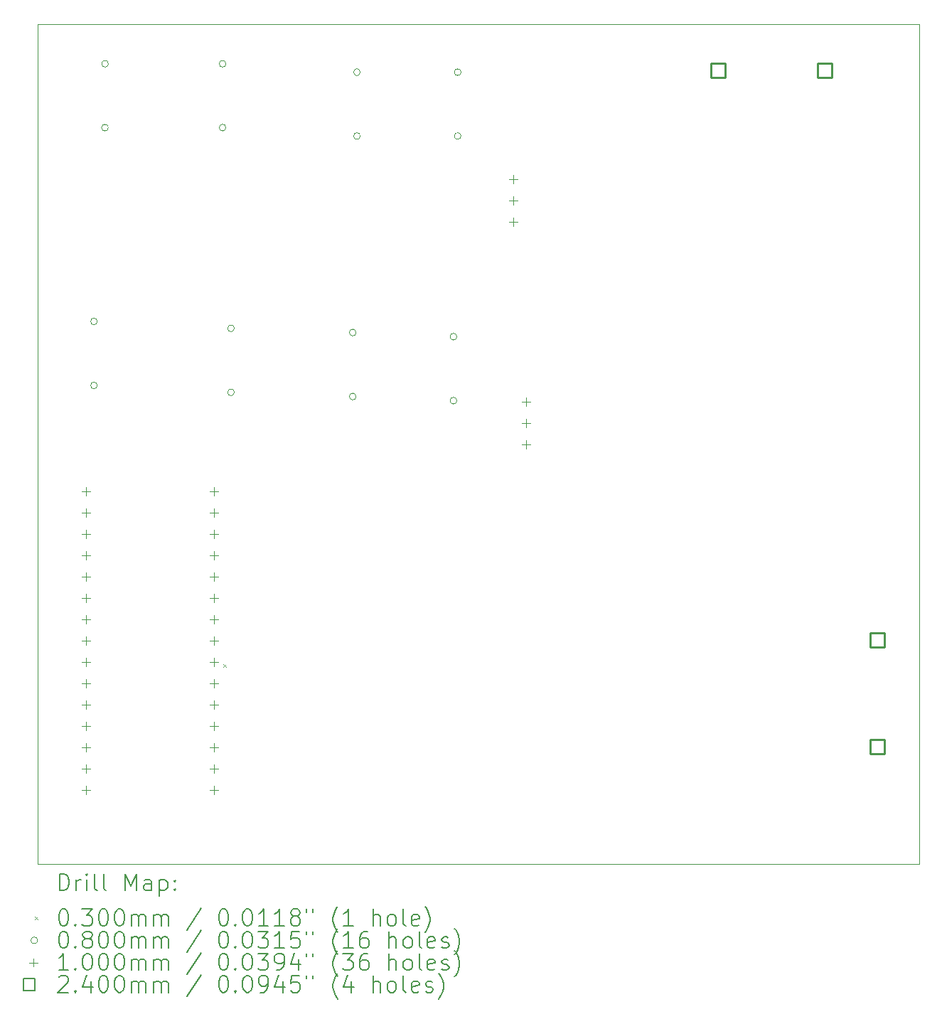
<source format=gbr>
%TF.GenerationSoftware,KiCad,Pcbnew,8.0.8*%
%TF.CreationDate,2025-10-11T21:39:01+03:00*%
%TF.ProjectId,Dual solar tracking system before routing Austin,4475616c-2073-46f6-9c61-722074726163,rev?*%
%TF.SameCoordinates,Original*%
%TF.FileFunction,Drillmap*%
%TF.FilePolarity,Positive*%
%FSLAX45Y45*%
G04 Gerber Fmt 4.5, Leading zero omitted, Abs format (unit mm)*
G04 Created by KiCad (PCBNEW 8.0.8) date 2025-10-11 21:39:01*
%MOMM*%
%LPD*%
G01*
G04 APERTURE LIST*
%ADD10C,0.050000*%
%ADD11C,0.200000*%
%ADD12C,0.100000*%
%ADD13C,0.240000*%
G04 APERTURE END LIST*
D10*
X8250000Y-4750000D02*
X18750000Y-4750000D01*
X18750000Y-14750000D01*
X8250000Y-14750000D01*
X8250000Y-4750000D01*
D11*
D12*
X10458162Y-12368606D02*
X10488162Y-12398606D01*
X10488162Y-12368606D02*
X10458162Y-12398606D01*
X8959000Y-8288000D02*
G75*
G02*
X8879000Y-8288000I-40000J0D01*
G01*
X8879000Y-8288000D02*
G75*
G02*
X8959000Y-8288000I40000J0D01*
G01*
X8959000Y-9050000D02*
G75*
G02*
X8879000Y-9050000I-40000J0D01*
G01*
X8879000Y-9050000D02*
G75*
G02*
X8959000Y-9050000I40000J0D01*
G01*
X9090000Y-5220000D02*
G75*
G02*
X9010000Y-5220000I-40000J0D01*
G01*
X9010000Y-5220000D02*
G75*
G02*
X9090000Y-5220000I40000J0D01*
G01*
X9090000Y-5980000D02*
G75*
G02*
X9010000Y-5980000I-40000J0D01*
G01*
X9010000Y-5980000D02*
G75*
G02*
X9090000Y-5980000I40000J0D01*
G01*
X10490000Y-5220000D02*
G75*
G02*
X10410000Y-5220000I-40000J0D01*
G01*
X10410000Y-5220000D02*
G75*
G02*
X10490000Y-5220000I40000J0D01*
G01*
X10490000Y-5980000D02*
G75*
G02*
X10410000Y-5980000I-40000J0D01*
G01*
X10410000Y-5980000D02*
G75*
G02*
X10490000Y-5980000I40000J0D01*
G01*
X10590000Y-8369000D02*
G75*
G02*
X10510000Y-8369000I-40000J0D01*
G01*
X10510000Y-8369000D02*
G75*
G02*
X10590000Y-8369000I40000J0D01*
G01*
X10590000Y-9131000D02*
G75*
G02*
X10510000Y-9131000I-40000J0D01*
G01*
X10510000Y-9131000D02*
G75*
G02*
X10590000Y-9131000I40000J0D01*
G01*
X12040000Y-8419000D02*
G75*
G02*
X11960000Y-8419000I-40000J0D01*
G01*
X11960000Y-8419000D02*
G75*
G02*
X12040000Y-8419000I40000J0D01*
G01*
X12040000Y-9181000D02*
G75*
G02*
X11960000Y-9181000I-40000J0D01*
G01*
X11960000Y-9181000D02*
G75*
G02*
X12040000Y-9181000I40000J0D01*
G01*
X12090000Y-5320000D02*
G75*
G02*
X12010000Y-5320000I-40000J0D01*
G01*
X12010000Y-5320000D02*
G75*
G02*
X12090000Y-5320000I40000J0D01*
G01*
X12090000Y-6080000D02*
G75*
G02*
X12010000Y-6080000I-40000J0D01*
G01*
X12010000Y-6080000D02*
G75*
G02*
X12090000Y-6080000I40000J0D01*
G01*
X13240000Y-8469000D02*
G75*
G02*
X13160000Y-8469000I-40000J0D01*
G01*
X13160000Y-8469000D02*
G75*
G02*
X13240000Y-8469000I40000J0D01*
G01*
X13240000Y-9231000D02*
G75*
G02*
X13160000Y-9231000I-40000J0D01*
G01*
X13160000Y-9231000D02*
G75*
G02*
X13240000Y-9231000I40000J0D01*
G01*
X13290000Y-5320000D02*
G75*
G02*
X13210000Y-5320000I-40000J0D01*
G01*
X13210000Y-5320000D02*
G75*
G02*
X13290000Y-5320000I40000J0D01*
G01*
X13290000Y-6080000D02*
G75*
G02*
X13210000Y-6080000I-40000J0D01*
G01*
X13210000Y-6080000D02*
G75*
G02*
X13290000Y-6080000I40000J0D01*
G01*
X8826000Y-10260000D02*
X8826000Y-10360000D01*
X8776000Y-10310000D02*
X8876000Y-10310000D01*
X8826000Y-10514000D02*
X8826000Y-10614000D01*
X8776000Y-10564000D02*
X8876000Y-10564000D01*
X8826000Y-10768000D02*
X8826000Y-10868000D01*
X8776000Y-10818000D02*
X8876000Y-10818000D01*
X8826000Y-11022000D02*
X8826000Y-11122000D01*
X8776000Y-11072000D02*
X8876000Y-11072000D01*
X8826000Y-11276000D02*
X8826000Y-11376000D01*
X8776000Y-11326000D02*
X8876000Y-11326000D01*
X8826000Y-11530000D02*
X8826000Y-11630000D01*
X8776000Y-11580000D02*
X8876000Y-11580000D01*
X8826000Y-11784000D02*
X8826000Y-11884000D01*
X8776000Y-11834000D02*
X8876000Y-11834000D01*
X8826000Y-12038000D02*
X8826000Y-12138000D01*
X8776000Y-12088000D02*
X8876000Y-12088000D01*
X8826000Y-12292000D02*
X8826000Y-12392000D01*
X8776000Y-12342000D02*
X8876000Y-12342000D01*
X8826000Y-12546000D02*
X8826000Y-12646000D01*
X8776000Y-12596000D02*
X8876000Y-12596000D01*
X8826000Y-12800000D02*
X8826000Y-12900000D01*
X8776000Y-12850000D02*
X8876000Y-12850000D01*
X8826000Y-13054000D02*
X8826000Y-13154000D01*
X8776000Y-13104000D02*
X8876000Y-13104000D01*
X8826000Y-13308000D02*
X8826000Y-13408000D01*
X8776000Y-13358000D02*
X8876000Y-13358000D01*
X8826000Y-13562000D02*
X8826000Y-13662000D01*
X8776000Y-13612000D02*
X8876000Y-13612000D01*
X8826000Y-13816000D02*
X8826000Y-13916000D01*
X8776000Y-13866000D02*
X8876000Y-13866000D01*
X10350000Y-10260000D02*
X10350000Y-10360000D01*
X10300000Y-10310000D02*
X10400000Y-10310000D01*
X10350000Y-10514000D02*
X10350000Y-10614000D01*
X10300000Y-10564000D02*
X10400000Y-10564000D01*
X10350000Y-10768000D02*
X10350000Y-10868000D01*
X10300000Y-10818000D02*
X10400000Y-10818000D01*
X10350000Y-11022000D02*
X10350000Y-11122000D01*
X10300000Y-11072000D02*
X10400000Y-11072000D01*
X10350000Y-11276000D02*
X10350000Y-11376000D01*
X10300000Y-11326000D02*
X10400000Y-11326000D01*
X10350000Y-11530000D02*
X10350000Y-11630000D01*
X10300000Y-11580000D02*
X10400000Y-11580000D01*
X10350000Y-11784000D02*
X10350000Y-11884000D01*
X10300000Y-11834000D02*
X10400000Y-11834000D01*
X10350000Y-12038000D02*
X10350000Y-12138000D01*
X10300000Y-12088000D02*
X10400000Y-12088000D01*
X10350000Y-12292000D02*
X10350000Y-12392000D01*
X10300000Y-12342000D02*
X10400000Y-12342000D01*
X10350000Y-12546000D02*
X10350000Y-12646000D01*
X10300000Y-12596000D02*
X10400000Y-12596000D01*
X10350000Y-12800000D02*
X10350000Y-12900000D01*
X10300000Y-12850000D02*
X10400000Y-12850000D01*
X10350000Y-13054000D02*
X10350000Y-13154000D01*
X10300000Y-13104000D02*
X10400000Y-13104000D01*
X10350000Y-13308000D02*
X10350000Y-13408000D01*
X10300000Y-13358000D02*
X10400000Y-13358000D01*
X10350000Y-13562000D02*
X10350000Y-13662000D01*
X10300000Y-13612000D02*
X10400000Y-13612000D01*
X10350000Y-13816000D02*
X10350000Y-13916000D01*
X10300000Y-13866000D02*
X10400000Y-13866000D01*
X13912500Y-6547500D02*
X13912500Y-6647500D01*
X13862500Y-6597500D02*
X13962500Y-6597500D01*
X13912500Y-6801500D02*
X13912500Y-6901500D01*
X13862500Y-6851500D02*
X13962500Y-6851500D01*
X13912500Y-7055500D02*
X13912500Y-7155500D01*
X13862500Y-7105500D02*
X13962500Y-7105500D01*
X14062500Y-9197500D02*
X14062500Y-9297500D01*
X14012500Y-9247500D02*
X14112500Y-9247500D01*
X14062500Y-9451500D02*
X14062500Y-9551500D01*
X14012500Y-9501500D02*
X14112500Y-9501500D01*
X14062500Y-9705500D02*
X14062500Y-9805500D01*
X14012500Y-9755500D02*
X14112500Y-9755500D01*
D13*
X16434854Y-5384854D02*
X16434854Y-5215146D01*
X16265146Y-5215146D01*
X16265146Y-5384854D01*
X16434854Y-5384854D01*
X17704854Y-5384854D02*
X17704854Y-5215146D01*
X17535146Y-5215146D01*
X17535146Y-5384854D01*
X17704854Y-5384854D01*
X18334854Y-12164854D02*
X18334854Y-11995146D01*
X18165146Y-11995146D01*
X18165146Y-12164854D01*
X18334854Y-12164854D01*
X18334854Y-13434854D02*
X18334854Y-13265146D01*
X18165146Y-13265146D01*
X18165146Y-13434854D01*
X18334854Y-13434854D01*
D11*
X8508277Y-15063984D02*
X8508277Y-14863984D01*
X8508277Y-14863984D02*
X8555896Y-14863984D01*
X8555896Y-14863984D02*
X8584467Y-14873508D01*
X8584467Y-14873508D02*
X8603515Y-14892555D01*
X8603515Y-14892555D02*
X8613039Y-14911603D01*
X8613039Y-14911603D02*
X8622563Y-14949698D01*
X8622563Y-14949698D02*
X8622563Y-14978269D01*
X8622563Y-14978269D02*
X8613039Y-15016365D01*
X8613039Y-15016365D02*
X8603515Y-15035412D01*
X8603515Y-15035412D02*
X8584467Y-15054460D01*
X8584467Y-15054460D02*
X8555896Y-15063984D01*
X8555896Y-15063984D02*
X8508277Y-15063984D01*
X8708277Y-15063984D02*
X8708277Y-14930650D01*
X8708277Y-14968746D02*
X8717801Y-14949698D01*
X8717801Y-14949698D02*
X8727324Y-14940174D01*
X8727324Y-14940174D02*
X8746372Y-14930650D01*
X8746372Y-14930650D02*
X8765420Y-14930650D01*
X8832086Y-15063984D02*
X8832086Y-14930650D01*
X8832086Y-14863984D02*
X8822563Y-14873508D01*
X8822563Y-14873508D02*
X8832086Y-14883031D01*
X8832086Y-14883031D02*
X8841610Y-14873508D01*
X8841610Y-14873508D02*
X8832086Y-14863984D01*
X8832086Y-14863984D02*
X8832086Y-14883031D01*
X8955896Y-15063984D02*
X8936848Y-15054460D01*
X8936848Y-15054460D02*
X8927324Y-15035412D01*
X8927324Y-15035412D02*
X8927324Y-14863984D01*
X9060658Y-15063984D02*
X9041610Y-15054460D01*
X9041610Y-15054460D02*
X9032086Y-15035412D01*
X9032086Y-15035412D02*
X9032086Y-14863984D01*
X9289229Y-15063984D02*
X9289229Y-14863984D01*
X9289229Y-14863984D02*
X9355896Y-15006841D01*
X9355896Y-15006841D02*
X9422563Y-14863984D01*
X9422563Y-14863984D02*
X9422563Y-15063984D01*
X9603515Y-15063984D02*
X9603515Y-14959222D01*
X9603515Y-14959222D02*
X9593991Y-14940174D01*
X9593991Y-14940174D02*
X9574944Y-14930650D01*
X9574944Y-14930650D02*
X9536848Y-14930650D01*
X9536848Y-14930650D02*
X9517801Y-14940174D01*
X9603515Y-15054460D02*
X9584467Y-15063984D01*
X9584467Y-15063984D02*
X9536848Y-15063984D01*
X9536848Y-15063984D02*
X9517801Y-15054460D01*
X9517801Y-15054460D02*
X9508277Y-15035412D01*
X9508277Y-15035412D02*
X9508277Y-15016365D01*
X9508277Y-15016365D02*
X9517801Y-14997317D01*
X9517801Y-14997317D02*
X9536848Y-14987793D01*
X9536848Y-14987793D02*
X9584467Y-14987793D01*
X9584467Y-14987793D02*
X9603515Y-14978269D01*
X9698753Y-14930650D02*
X9698753Y-15130650D01*
X9698753Y-14940174D02*
X9717801Y-14930650D01*
X9717801Y-14930650D02*
X9755896Y-14930650D01*
X9755896Y-14930650D02*
X9774944Y-14940174D01*
X9774944Y-14940174D02*
X9784467Y-14949698D01*
X9784467Y-14949698D02*
X9793991Y-14968746D01*
X9793991Y-14968746D02*
X9793991Y-15025888D01*
X9793991Y-15025888D02*
X9784467Y-15044936D01*
X9784467Y-15044936D02*
X9774944Y-15054460D01*
X9774944Y-15054460D02*
X9755896Y-15063984D01*
X9755896Y-15063984D02*
X9717801Y-15063984D01*
X9717801Y-15063984D02*
X9698753Y-15054460D01*
X9879705Y-15044936D02*
X9889229Y-15054460D01*
X9889229Y-15054460D02*
X9879705Y-15063984D01*
X9879705Y-15063984D02*
X9870182Y-15054460D01*
X9870182Y-15054460D02*
X9879705Y-15044936D01*
X9879705Y-15044936D02*
X9879705Y-15063984D01*
X9879705Y-14940174D02*
X9889229Y-14949698D01*
X9889229Y-14949698D02*
X9879705Y-14959222D01*
X9879705Y-14959222D02*
X9870182Y-14949698D01*
X9870182Y-14949698D02*
X9879705Y-14940174D01*
X9879705Y-14940174D02*
X9879705Y-14959222D01*
D12*
X8217500Y-15377500D02*
X8247500Y-15407500D01*
X8247500Y-15377500D02*
X8217500Y-15407500D01*
D11*
X8546372Y-15283984D02*
X8565420Y-15283984D01*
X8565420Y-15283984D02*
X8584467Y-15293508D01*
X8584467Y-15293508D02*
X8593991Y-15303031D01*
X8593991Y-15303031D02*
X8603515Y-15322079D01*
X8603515Y-15322079D02*
X8613039Y-15360174D01*
X8613039Y-15360174D02*
X8613039Y-15407793D01*
X8613039Y-15407793D02*
X8603515Y-15445888D01*
X8603515Y-15445888D02*
X8593991Y-15464936D01*
X8593991Y-15464936D02*
X8584467Y-15474460D01*
X8584467Y-15474460D02*
X8565420Y-15483984D01*
X8565420Y-15483984D02*
X8546372Y-15483984D01*
X8546372Y-15483984D02*
X8527324Y-15474460D01*
X8527324Y-15474460D02*
X8517801Y-15464936D01*
X8517801Y-15464936D02*
X8508277Y-15445888D01*
X8508277Y-15445888D02*
X8498753Y-15407793D01*
X8498753Y-15407793D02*
X8498753Y-15360174D01*
X8498753Y-15360174D02*
X8508277Y-15322079D01*
X8508277Y-15322079D02*
X8517801Y-15303031D01*
X8517801Y-15303031D02*
X8527324Y-15293508D01*
X8527324Y-15293508D02*
X8546372Y-15283984D01*
X8698753Y-15464936D02*
X8708277Y-15474460D01*
X8708277Y-15474460D02*
X8698753Y-15483984D01*
X8698753Y-15483984D02*
X8689229Y-15474460D01*
X8689229Y-15474460D02*
X8698753Y-15464936D01*
X8698753Y-15464936D02*
X8698753Y-15483984D01*
X8774944Y-15283984D02*
X8898753Y-15283984D01*
X8898753Y-15283984D02*
X8832086Y-15360174D01*
X8832086Y-15360174D02*
X8860658Y-15360174D01*
X8860658Y-15360174D02*
X8879705Y-15369698D01*
X8879705Y-15369698D02*
X8889229Y-15379222D01*
X8889229Y-15379222D02*
X8898753Y-15398269D01*
X8898753Y-15398269D02*
X8898753Y-15445888D01*
X8898753Y-15445888D02*
X8889229Y-15464936D01*
X8889229Y-15464936D02*
X8879705Y-15474460D01*
X8879705Y-15474460D02*
X8860658Y-15483984D01*
X8860658Y-15483984D02*
X8803515Y-15483984D01*
X8803515Y-15483984D02*
X8784467Y-15474460D01*
X8784467Y-15474460D02*
X8774944Y-15464936D01*
X9022563Y-15283984D02*
X9041610Y-15283984D01*
X9041610Y-15283984D02*
X9060658Y-15293508D01*
X9060658Y-15293508D02*
X9070182Y-15303031D01*
X9070182Y-15303031D02*
X9079705Y-15322079D01*
X9079705Y-15322079D02*
X9089229Y-15360174D01*
X9089229Y-15360174D02*
X9089229Y-15407793D01*
X9089229Y-15407793D02*
X9079705Y-15445888D01*
X9079705Y-15445888D02*
X9070182Y-15464936D01*
X9070182Y-15464936D02*
X9060658Y-15474460D01*
X9060658Y-15474460D02*
X9041610Y-15483984D01*
X9041610Y-15483984D02*
X9022563Y-15483984D01*
X9022563Y-15483984D02*
X9003515Y-15474460D01*
X9003515Y-15474460D02*
X8993991Y-15464936D01*
X8993991Y-15464936D02*
X8984467Y-15445888D01*
X8984467Y-15445888D02*
X8974944Y-15407793D01*
X8974944Y-15407793D02*
X8974944Y-15360174D01*
X8974944Y-15360174D02*
X8984467Y-15322079D01*
X8984467Y-15322079D02*
X8993991Y-15303031D01*
X8993991Y-15303031D02*
X9003515Y-15293508D01*
X9003515Y-15293508D02*
X9022563Y-15283984D01*
X9213039Y-15283984D02*
X9232086Y-15283984D01*
X9232086Y-15283984D02*
X9251134Y-15293508D01*
X9251134Y-15293508D02*
X9260658Y-15303031D01*
X9260658Y-15303031D02*
X9270182Y-15322079D01*
X9270182Y-15322079D02*
X9279705Y-15360174D01*
X9279705Y-15360174D02*
X9279705Y-15407793D01*
X9279705Y-15407793D02*
X9270182Y-15445888D01*
X9270182Y-15445888D02*
X9260658Y-15464936D01*
X9260658Y-15464936D02*
X9251134Y-15474460D01*
X9251134Y-15474460D02*
X9232086Y-15483984D01*
X9232086Y-15483984D02*
X9213039Y-15483984D01*
X9213039Y-15483984D02*
X9193991Y-15474460D01*
X9193991Y-15474460D02*
X9184467Y-15464936D01*
X9184467Y-15464936D02*
X9174944Y-15445888D01*
X9174944Y-15445888D02*
X9165420Y-15407793D01*
X9165420Y-15407793D02*
X9165420Y-15360174D01*
X9165420Y-15360174D02*
X9174944Y-15322079D01*
X9174944Y-15322079D02*
X9184467Y-15303031D01*
X9184467Y-15303031D02*
X9193991Y-15293508D01*
X9193991Y-15293508D02*
X9213039Y-15283984D01*
X9365420Y-15483984D02*
X9365420Y-15350650D01*
X9365420Y-15369698D02*
X9374944Y-15360174D01*
X9374944Y-15360174D02*
X9393991Y-15350650D01*
X9393991Y-15350650D02*
X9422563Y-15350650D01*
X9422563Y-15350650D02*
X9441610Y-15360174D01*
X9441610Y-15360174D02*
X9451134Y-15379222D01*
X9451134Y-15379222D02*
X9451134Y-15483984D01*
X9451134Y-15379222D02*
X9460658Y-15360174D01*
X9460658Y-15360174D02*
X9479705Y-15350650D01*
X9479705Y-15350650D02*
X9508277Y-15350650D01*
X9508277Y-15350650D02*
X9527325Y-15360174D01*
X9527325Y-15360174D02*
X9536848Y-15379222D01*
X9536848Y-15379222D02*
X9536848Y-15483984D01*
X9632086Y-15483984D02*
X9632086Y-15350650D01*
X9632086Y-15369698D02*
X9641610Y-15360174D01*
X9641610Y-15360174D02*
X9660658Y-15350650D01*
X9660658Y-15350650D02*
X9689229Y-15350650D01*
X9689229Y-15350650D02*
X9708277Y-15360174D01*
X9708277Y-15360174D02*
X9717801Y-15379222D01*
X9717801Y-15379222D02*
X9717801Y-15483984D01*
X9717801Y-15379222D02*
X9727325Y-15360174D01*
X9727325Y-15360174D02*
X9746372Y-15350650D01*
X9746372Y-15350650D02*
X9774944Y-15350650D01*
X9774944Y-15350650D02*
X9793991Y-15360174D01*
X9793991Y-15360174D02*
X9803515Y-15379222D01*
X9803515Y-15379222D02*
X9803515Y-15483984D01*
X10193991Y-15274460D02*
X10022563Y-15531603D01*
X10451134Y-15283984D02*
X10470182Y-15283984D01*
X10470182Y-15283984D02*
X10489229Y-15293508D01*
X10489229Y-15293508D02*
X10498753Y-15303031D01*
X10498753Y-15303031D02*
X10508277Y-15322079D01*
X10508277Y-15322079D02*
X10517801Y-15360174D01*
X10517801Y-15360174D02*
X10517801Y-15407793D01*
X10517801Y-15407793D02*
X10508277Y-15445888D01*
X10508277Y-15445888D02*
X10498753Y-15464936D01*
X10498753Y-15464936D02*
X10489229Y-15474460D01*
X10489229Y-15474460D02*
X10470182Y-15483984D01*
X10470182Y-15483984D02*
X10451134Y-15483984D01*
X10451134Y-15483984D02*
X10432087Y-15474460D01*
X10432087Y-15474460D02*
X10422563Y-15464936D01*
X10422563Y-15464936D02*
X10413039Y-15445888D01*
X10413039Y-15445888D02*
X10403515Y-15407793D01*
X10403515Y-15407793D02*
X10403515Y-15360174D01*
X10403515Y-15360174D02*
X10413039Y-15322079D01*
X10413039Y-15322079D02*
X10422563Y-15303031D01*
X10422563Y-15303031D02*
X10432087Y-15293508D01*
X10432087Y-15293508D02*
X10451134Y-15283984D01*
X10603515Y-15464936D02*
X10613039Y-15474460D01*
X10613039Y-15474460D02*
X10603515Y-15483984D01*
X10603515Y-15483984D02*
X10593991Y-15474460D01*
X10593991Y-15474460D02*
X10603515Y-15464936D01*
X10603515Y-15464936D02*
X10603515Y-15483984D01*
X10736848Y-15283984D02*
X10755896Y-15283984D01*
X10755896Y-15283984D02*
X10774944Y-15293508D01*
X10774944Y-15293508D02*
X10784468Y-15303031D01*
X10784468Y-15303031D02*
X10793991Y-15322079D01*
X10793991Y-15322079D02*
X10803515Y-15360174D01*
X10803515Y-15360174D02*
X10803515Y-15407793D01*
X10803515Y-15407793D02*
X10793991Y-15445888D01*
X10793991Y-15445888D02*
X10784468Y-15464936D01*
X10784468Y-15464936D02*
X10774944Y-15474460D01*
X10774944Y-15474460D02*
X10755896Y-15483984D01*
X10755896Y-15483984D02*
X10736848Y-15483984D01*
X10736848Y-15483984D02*
X10717801Y-15474460D01*
X10717801Y-15474460D02*
X10708277Y-15464936D01*
X10708277Y-15464936D02*
X10698753Y-15445888D01*
X10698753Y-15445888D02*
X10689229Y-15407793D01*
X10689229Y-15407793D02*
X10689229Y-15360174D01*
X10689229Y-15360174D02*
X10698753Y-15322079D01*
X10698753Y-15322079D02*
X10708277Y-15303031D01*
X10708277Y-15303031D02*
X10717801Y-15293508D01*
X10717801Y-15293508D02*
X10736848Y-15283984D01*
X10993991Y-15483984D02*
X10879706Y-15483984D01*
X10936848Y-15483984D02*
X10936848Y-15283984D01*
X10936848Y-15283984D02*
X10917801Y-15312555D01*
X10917801Y-15312555D02*
X10898753Y-15331603D01*
X10898753Y-15331603D02*
X10879706Y-15341127D01*
X11184468Y-15483984D02*
X11070182Y-15483984D01*
X11127325Y-15483984D02*
X11127325Y-15283984D01*
X11127325Y-15283984D02*
X11108277Y-15312555D01*
X11108277Y-15312555D02*
X11089229Y-15331603D01*
X11089229Y-15331603D02*
X11070182Y-15341127D01*
X11298753Y-15369698D02*
X11279706Y-15360174D01*
X11279706Y-15360174D02*
X11270182Y-15350650D01*
X11270182Y-15350650D02*
X11260658Y-15331603D01*
X11260658Y-15331603D02*
X11260658Y-15322079D01*
X11260658Y-15322079D02*
X11270182Y-15303031D01*
X11270182Y-15303031D02*
X11279706Y-15293508D01*
X11279706Y-15293508D02*
X11298753Y-15283984D01*
X11298753Y-15283984D02*
X11336848Y-15283984D01*
X11336848Y-15283984D02*
X11355896Y-15293508D01*
X11355896Y-15293508D02*
X11365420Y-15303031D01*
X11365420Y-15303031D02*
X11374944Y-15322079D01*
X11374944Y-15322079D02*
X11374944Y-15331603D01*
X11374944Y-15331603D02*
X11365420Y-15350650D01*
X11365420Y-15350650D02*
X11355896Y-15360174D01*
X11355896Y-15360174D02*
X11336848Y-15369698D01*
X11336848Y-15369698D02*
X11298753Y-15369698D01*
X11298753Y-15369698D02*
X11279706Y-15379222D01*
X11279706Y-15379222D02*
X11270182Y-15388746D01*
X11270182Y-15388746D02*
X11260658Y-15407793D01*
X11260658Y-15407793D02*
X11260658Y-15445888D01*
X11260658Y-15445888D02*
X11270182Y-15464936D01*
X11270182Y-15464936D02*
X11279706Y-15474460D01*
X11279706Y-15474460D02*
X11298753Y-15483984D01*
X11298753Y-15483984D02*
X11336848Y-15483984D01*
X11336848Y-15483984D02*
X11355896Y-15474460D01*
X11355896Y-15474460D02*
X11365420Y-15464936D01*
X11365420Y-15464936D02*
X11374944Y-15445888D01*
X11374944Y-15445888D02*
X11374944Y-15407793D01*
X11374944Y-15407793D02*
X11365420Y-15388746D01*
X11365420Y-15388746D02*
X11355896Y-15379222D01*
X11355896Y-15379222D02*
X11336848Y-15369698D01*
X11451134Y-15283984D02*
X11451134Y-15322079D01*
X11527325Y-15283984D02*
X11527325Y-15322079D01*
X11822563Y-15560174D02*
X11813039Y-15550650D01*
X11813039Y-15550650D02*
X11793991Y-15522079D01*
X11793991Y-15522079D02*
X11784468Y-15503031D01*
X11784468Y-15503031D02*
X11774944Y-15474460D01*
X11774944Y-15474460D02*
X11765420Y-15426841D01*
X11765420Y-15426841D02*
X11765420Y-15388746D01*
X11765420Y-15388746D02*
X11774944Y-15341127D01*
X11774944Y-15341127D02*
X11784468Y-15312555D01*
X11784468Y-15312555D02*
X11793991Y-15293508D01*
X11793991Y-15293508D02*
X11813039Y-15264936D01*
X11813039Y-15264936D02*
X11822563Y-15255412D01*
X12003515Y-15483984D02*
X11889229Y-15483984D01*
X11946372Y-15483984D02*
X11946372Y-15283984D01*
X11946372Y-15283984D02*
X11927325Y-15312555D01*
X11927325Y-15312555D02*
X11908277Y-15331603D01*
X11908277Y-15331603D02*
X11889229Y-15341127D01*
X12241610Y-15483984D02*
X12241610Y-15283984D01*
X12327325Y-15483984D02*
X12327325Y-15379222D01*
X12327325Y-15379222D02*
X12317801Y-15360174D01*
X12317801Y-15360174D02*
X12298753Y-15350650D01*
X12298753Y-15350650D02*
X12270182Y-15350650D01*
X12270182Y-15350650D02*
X12251134Y-15360174D01*
X12251134Y-15360174D02*
X12241610Y-15369698D01*
X12451134Y-15483984D02*
X12432087Y-15474460D01*
X12432087Y-15474460D02*
X12422563Y-15464936D01*
X12422563Y-15464936D02*
X12413039Y-15445888D01*
X12413039Y-15445888D02*
X12413039Y-15388746D01*
X12413039Y-15388746D02*
X12422563Y-15369698D01*
X12422563Y-15369698D02*
X12432087Y-15360174D01*
X12432087Y-15360174D02*
X12451134Y-15350650D01*
X12451134Y-15350650D02*
X12479706Y-15350650D01*
X12479706Y-15350650D02*
X12498753Y-15360174D01*
X12498753Y-15360174D02*
X12508277Y-15369698D01*
X12508277Y-15369698D02*
X12517801Y-15388746D01*
X12517801Y-15388746D02*
X12517801Y-15445888D01*
X12517801Y-15445888D02*
X12508277Y-15464936D01*
X12508277Y-15464936D02*
X12498753Y-15474460D01*
X12498753Y-15474460D02*
X12479706Y-15483984D01*
X12479706Y-15483984D02*
X12451134Y-15483984D01*
X12632087Y-15483984D02*
X12613039Y-15474460D01*
X12613039Y-15474460D02*
X12603515Y-15455412D01*
X12603515Y-15455412D02*
X12603515Y-15283984D01*
X12784468Y-15474460D02*
X12765420Y-15483984D01*
X12765420Y-15483984D02*
X12727325Y-15483984D01*
X12727325Y-15483984D02*
X12708277Y-15474460D01*
X12708277Y-15474460D02*
X12698753Y-15455412D01*
X12698753Y-15455412D02*
X12698753Y-15379222D01*
X12698753Y-15379222D02*
X12708277Y-15360174D01*
X12708277Y-15360174D02*
X12727325Y-15350650D01*
X12727325Y-15350650D02*
X12765420Y-15350650D01*
X12765420Y-15350650D02*
X12784468Y-15360174D01*
X12784468Y-15360174D02*
X12793991Y-15379222D01*
X12793991Y-15379222D02*
X12793991Y-15398269D01*
X12793991Y-15398269D02*
X12698753Y-15417317D01*
X12860658Y-15560174D02*
X12870182Y-15550650D01*
X12870182Y-15550650D02*
X12889230Y-15522079D01*
X12889230Y-15522079D02*
X12898753Y-15503031D01*
X12898753Y-15503031D02*
X12908277Y-15474460D01*
X12908277Y-15474460D02*
X12917801Y-15426841D01*
X12917801Y-15426841D02*
X12917801Y-15388746D01*
X12917801Y-15388746D02*
X12908277Y-15341127D01*
X12908277Y-15341127D02*
X12898753Y-15312555D01*
X12898753Y-15312555D02*
X12889230Y-15293508D01*
X12889230Y-15293508D02*
X12870182Y-15264936D01*
X12870182Y-15264936D02*
X12860658Y-15255412D01*
D12*
X8247500Y-15656500D02*
G75*
G02*
X8167500Y-15656500I-40000J0D01*
G01*
X8167500Y-15656500D02*
G75*
G02*
X8247500Y-15656500I40000J0D01*
G01*
D11*
X8546372Y-15547984D02*
X8565420Y-15547984D01*
X8565420Y-15547984D02*
X8584467Y-15557508D01*
X8584467Y-15557508D02*
X8593991Y-15567031D01*
X8593991Y-15567031D02*
X8603515Y-15586079D01*
X8603515Y-15586079D02*
X8613039Y-15624174D01*
X8613039Y-15624174D02*
X8613039Y-15671793D01*
X8613039Y-15671793D02*
X8603515Y-15709888D01*
X8603515Y-15709888D02*
X8593991Y-15728936D01*
X8593991Y-15728936D02*
X8584467Y-15738460D01*
X8584467Y-15738460D02*
X8565420Y-15747984D01*
X8565420Y-15747984D02*
X8546372Y-15747984D01*
X8546372Y-15747984D02*
X8527324Y-15738460D01*
X8527324Y-15738460D02*
X8517801Y-15728936D01*
X8517801Y-15728936D02*
X8508277Y-15709888D01*
X8508277Y-15709888D02*
X8498753Y-15671793D01*
X8498753Y-15671793D02*
X8498753Y-15624174D01*
X8498753Y-15624174D02*
X8508277Y-15586079D01*
X8508277Y-15586079D02*
X8517801Y-15567031D01*
X8517801Y-15567031D02*
X8527324Y-15557508D01*
X8527324Y-15557508D02*
X8546372Y-15547984D01*
X8698753Y-15728936D02*
X8708277Y-15738460D01*
X8708277Y-15738460D02*
X8698753Y-15747984D01*
X8698753Y-15747984D02*
X8689229Y-15738460D01*
X8689229Y-15738460D02*
X8698753Y-15728936D01*
X8698753Y-15728936D02*
X8698753Y-15747984D01*
X8822563Y-15633698D02*
X8803515Y-15624174D01*
X8803515Y-15624174D02*
X8793991Y-15614650D01*
X8793991Y-15614650D02*
X8784467Y-15595603D01*
X8784467Y-15595603D02*
X8784467Y-15586079D01*
X8784467Y-15586079D02*
X8793991Y-15567031D01*
X8793991Y-15567031D02*
X8803515Y-15557508D01*
X8803515Y-15557508D02*
X8822563Y-15547984D01*
X8822563Y-15547984D02*
X8860658Y-15547984D01*
X8860658Y-15547984D02*
X8879705Y-15557508D01*
X8879705Y-15557508D02*
X8889229Y-15567031D01*
X8889229Y-15567031D02*
X8898753Y-15586079D01*
X8898753Y-15586079D02*
X8898753Y-15595603D01*
X8898753Y-15595603D02*
X8889229Y-15614650D01*
X8889229Y-15614650D02*
X8879705Y-15624174D01*
X8879705Y-15624174D02*
X8860658Y-15633698D01*
X8860658Y-15633698D02*
X8822563Y-15633698D01*
X8822563Y-15633698D02*
X8803515Y-15643222D01*
X8803515Y-15643222D02*
X8793991Y-15652746D01*
X8793991Y-15652746D02*
X8784467Y-15671793D01*
X8784467Y-15671793D02*
X8784467Y-15709888D01*
X8784467Y-15709888D02*
X8793991Y-15728936D01*
X8793991Y-15728936D02*
X8803515Y-15738460D01*
X8803515Y-15738460D02*
X8822563Y-15747984D01*
X8822563Y-15747984D02*
X8860658Y-15747984D01*
X8860658Y-15747984D02*
X8879705Y-15738460D01*
X8879705Y-15738460D02*
X8889229Y-15728936D01*
X8889229Y-15728936D02*
X8898753Y-15709888D01*
X8898753Y-15709888D02*
X8898753Y-15671793D01*
X8898753Y-15671793D02*
X8889229Y-15652746D01*
X8889229Y-15652746D02*
X8879705Y-15643222D01*
X8879705Y-15643222D02*
X8860658Y-15633698D01*
X9022563Y-15547984D02*
X9041610Y-15547984D01*
X9041610Y-15547984D02*
X9060658Y-15557508D01*
X9060658Y-15557508D02*
X9070182Y-15567031D01*
X9070182Y-15567031D02*
X9079705Y-15586079D01*
X9079705Y-15586079D02*
X9089229Y-15624174D01*
X9089229Y-15624174D02*
X9089229Y-15671793D01*
X9089229Y-15671793D02*
X9079705Y-15709888D01*
X9079705Y-15709888D02*
X9070182Y-15728936D01*
X9070182Y-15728936D02*
X9060658Y-15738460D01*
X9060658Y-15738460D02*
X9041610Y-15747984D01*
X9041610Y-15747984D02*
X9022563Y-15747984D01*
X9022563Y-15747984D02*
X9003515Y-15738460D01*
X9003515Y-15738460D02*
X8993991Y-15728936D01*
X8993991Y-15728936D02*
X8984467Y-15709888D01*
X8984467Y-15709888D02*
X8974944Y-15671793D01*
X8974944Y-15671793D02*
X8974944Y-15624174D01*
X8974944Y-15624174D02*
X8984467Y-15586079D01*
X8984467Y-15586079D02*
X8993991Y-15567031D01*
X8993991Y-15567031D02*
X9003515Y-15557508D01*
X9003515Y-15557508D02*
X9022563Y-15547984D01*
X9213039Y-15547984D02*
X9232086Y-15547984D01*
X9232086Y-15547984D02*
X9251134Y-15557508D01*
X9251134Y-15557508D02*
X9260658Y-15567031D01*
X9260658Y-15567031D02*
X9270182Y-15586079D01*
X9270182Y-15586079D02*
X9279705Y-15624174D01*
X9279705Y-15624174D02*
X9279705Y-15671793D01*
X9279705Y-15671793D02*
X9270182Y-15709888D01*
X9270182Y-15709888D02*
X9260658Y-15728936D01*
X9260658Y-15728936D02*
X9251134Y-15738460D01*
X9251134Y-15738460D02*
X9232086Y-15747984D01*
X9232086Y-15747984D02*
X9213039Y-15747984D01*
X9213039Y-15747984D02*
X9193991Y-15738460D01*
X9193991Y-15738460D02*
X9184467Y-15728936D01*
X9184467Y-15728936D02*
X9174944Y-15709888D01*
X9174944Y-15709888D02*
X9165420Y-15671793D01*
X9165420Y-15671793D02*
X9165420Y-15624174D01*
X9165420Y-15624174D02*
X9174944Y-15586079D01*
X9174944Y-15586079D02*
X9184467Y-15567031D01*
X9184467Y-15567031D02*
X9193991Y-15557508D01*
X9193991Y-15557508D02*
X9213039Y-15547984D01*
X9365420Y-15747984D02*
X9365420Y-15614650D01*
X9365420Y-15633698D02*
X9374944Y-15624174D01*
X9374944Y-15624174D02*
X9393991Y-15614650D01*
X9393991Y-15614650D02*
X9422563Y-15614650D01*
X9422563Y-15614650D02*
X9441610Y-15624174D01*
X9441610Y-15624174D02*
X9451134Y-15643222D01*
X9451134Y-15643222D02*
X9451134Y-15747984D01*
X9451134Y-15643222D02*
X9460658Y-15624174D01*
X9460658Y-15624174D02*
X9479705Y-15614650D01*
X9479705Y-15614650D02*
X9508277Y-15614650D01*
X9508277Y-15614650D02*
X9527325Y-15624174D01*
X9527325Y-15624174D02*
X9536848Y-15643222D01*
X9536848Y-15643222D02*
X9536848Y-15747984D01*
X9632086Y-15747984D02*
X9632086Y-15614650D01*
X9632086Y-15633698D02*
X9641610Y-15624174D01*
X9641610Y-15624174D02*
X9660658Y-15614650D01*
X9660658Y-15614650D02*
X9689229Y-15614650D01*
X9689229Y-15614650D02*
X9708277Y-15624174D01*
X9708277Y-15624174D02*
X9717801Y-15643222D01*
X9717801Y-15643222D02*
X9717801Y-15747984D01*
X9717801Y-15643222D02*
X9727325Y-15624174D01*
X9727325Y-15624174D02*
X9746372Y-15614650D01*
X9746372Y-15614650D02*
X9774944Y-15614650D01*
X9774944Y-15614650D02*
X9793991Y-15624174D01*
X9793991Y-15624174D02*
X9803515Y-15643222D01*
X9803515Y-15643222D02*
X9803515Y-15747984D01*
X10193991Y-15538460D02*
X10022563Y-15795603D01*
X10451134Y-15547984D02*
X10470182Y-15547984D01*
X10470182Y-15547984D02*
X10489229Y-15557508D01*
X10489229Y-15557508D02*
X10498753Y-15567031D01*
X10498753Y-15567031D02*
X10508277Y-15586079D01*
X10508277Y-15586079D02*
X10517801Y-15624174D01*
X10517801Y-15624174D02*
X10517801Y-15671793D01*
X10517801Y-15671793D02*
X10508277Y-15709888D01*
X10508277Y-15709888D02*
X10498753Y-15728936D01*
X10498753Y-15728936D02*
X10489229Y-15738460D01*
X10489229Y-15738460D02*
X10470182Y-15747984D01*
X10470182Y-15747984D02*
X10451134Y-15747984D01*
X10451134Y-15747984D02*
X10432087Y-15738460D01*
X10432087Y-15738460D02*
X10422563Y-15728936D01*
X10422563Y-15728936D02*
X10413039Y-15709888D01*
X10413039Y-15709888D02*
X10403515Y-15671793D01*
X10403515Y-15671793D02*
X10403515Y-15624174D01*
X10403515Y-15624174D02*
X10413039Y-15586079D01*
X10413039Y-15586079D02*
X10422563Y-15567031D01*
X10422563Y-15567031D02*
X10432087Y-15557508D01*
X10432087Y-15557508D02*
X10451134Y-15547984D01*
X10603515Y-15728936D02*
X10613039Y-15738460D01*
X10613039Y-15738460D02*
X10603515Y-15747984D01*
X10603515Y-15747984D02*
X10593991Y-15738460D01*
X10593991Y-15738460D02*
X10603515Y-15728936D01*
X10603515Y-15728936D02*
X10603515Y-15747984D01*
X10736848Y-15547984D02*
X10755896Y-15547984D01*
X10755896Y-15547984D02*
X10774944Y-15557508D01*
X10774944Y-15557508D02*
X10784468Y-15567031D01*
X10784468Y-15567031D02*
X10793991Y-15586079D01*
X10793991Y-15586079D02*
X10803515Y-15624174D01*
X10803515Y-15624174D02*
X10803515Y-15671793D01*
X10803515Y-15671793D02*
X10793991Y-15709888D01*
X10793991Y-15709888D02*
X10784468Y-15728936D01*
X10784468Y-15728936D02*
X10774944Y-15738460D01*
X10774944Y-15738460D02*
X10755896Y-15747984D01*
X10755896Y-15747984D02*
X10736848Y-15747984D01*
X10736848Y-15747984D02*
X10717801Y-15738460D01*
X10717801Y-15738460D02*
X10708277Y-15728936D01*
X10708277Y-15728936D02*
X10698753Y-15709888D01*
X10698753Y-15709888D02*
X10689229Y-15671793D01*
X10689229Y-15671793D02*
X10689229Y-15624174D01*
X10689229Y-15624174D02*
X10698753Y-15586079D01*
X10698753Y-15586079D02*
X10708277Y-15567031D01*
X10708277Y-15567031D02*
X10717801Y-15557508D01*
X10717801Y-15557508D02*
X10736848Y-15547984D01*
X10870182Y-15547984D02*
X10993991Y-15547984D01*
X10993991Y-15547984D02*
X10927325Y-15624174D01*
X10927325Y-15624174D02*
X10955896Y-15624174D01*
X10955896Y-15624174D02*
X10974944Y-15633698D01*
X10974944Y-15633698D02*
X10984468Y-15643222D01*
X10984468Y-15643222D02*
X10993991Y-15662269D01*
X10993991Y-15662269D02*
X10993991Y-15709888D01*
X10993991Y-15709888D02*
X10984468Y-15728936D01*
X10984468Y-15728936D02*
X10974944Y-15738460D01*
X10974944Y-15738460D02*
X10955896Y-15747984D01*
X10955896Y-15747984D02*
X10898753Y-15747984D01*
X10898753Y-15747984D02*
X10879706Y-15738460D01*
X10879706Y-15738460D02*
X10870182Y-15728936D01*
X11184468Y-15747984D02*
X11070182Y-15747984D01*
X11127325Y-15747984D02*
X11127325Y-15547984D01*
X11127325Y-15547984D02*
X11108277Y-15576555D01*
X11108277Y-15576555D02*
X11089229Y-15595603D01*
X11089229Y-15595603D02*
X11070182Y-15605127D01*
X11365420Y-15547984D02*
X11270182Y-15547984D01*
X11270182Y-15547984D02*
X11260658Y-15643222D01*
X11260658Y-15643222D02*
X11270182Y-15633698D01*
X11270182Y-15633698D02*
X11289229Y-15624174D01*
X11289229Y-15624174D02*
X11336848Y-15624174D01*
X11336848Y-15624174D02*
X11355896Y-15633698D01*
X11355896Y-15633698D02*
X11365420Y-15643222D01*
X11365420Y-15643222D02*
X11374944Y-15662269D01*
X11374944Y-15662269D02*
X11374944Y-15709888D01*
X11374944Y-15709888D02*
X11365420Y-15728936D01*
X11365420Y-15728936D02*
X11355896Y-15738460D01*
X11355896Y-15738460D02*
X11336848Y-15747984D01*
X11336848Y-15747984D02*
X11289229Y-15747984D01*
X11289229Y-15747984D02*
X11270182Y-15738460D01*
X11270182Y-15738460D02*
X11260658Y-15728936D01*
X11451134Y-15547984D02*
X11451134Y-15586079D01*
X11527325Y-15547984D02*
X11527325Y-15586079D01*
X11822563Y-15824174D02*
X11813039Y-15814650D01*
X11813039Y-15814650D02*
X11793991Y-15786079D01*
X11793991Y-15786079D02*
X11784468Y-15767031D01*
X11784468Y-15767031D02*
X11774944Y-15738460D01*
X11774944Y-15738460D02*
X11765420Y-15690841D01*
X11765420Y-15690841D02*
X11765420Y-15652746D01*
X11765420Y-15652746D02*
X11774944Y-15605127D01*
X11774944Y-15605127D02*
X11784468Y-15576555D01*
X11784468Y-15576555D02*
X11793991Y-15557508D01*
X11793991Y-15557508D02*
X11813039Y-15528936D01*
X11813039Y-15528936D02*
X11822563Y-15519412D01*
X12003515Y-15747984D02*
X11889229Y-15747984D01*
X11946372Y-15747984D02*
X11946372Y-15547984D01*
X11946372Y-15547984D02*
X11927325Y-15576555D01*
X11927325Y-15576555D02*
X11908277Y-15595603D01*
X11908277Y-15595603D02*
X11889229Y-15605127D01*
X12174944Y-15547984D02*
X12136848Y-15547984D01*
X12136848Y-15547984D02*
X12117801Y-15557508D01*
X12117801Y-15557508D02*
X12108277Y-15567031D01*
X12108277Y-15567031D02*
X12089229Y-15595603D01*
X12089229Y-15595603D02*
X12079706Y-15633698D01*
X12079706Y-15633698D02*
X12079706Y-15709888D01*
X12079706Y-15709888D02*
X12089229Y-15728936D01*
X12089229Y-15728936D02*
X12098753Y-15738460D01*
X12098753Y-15738460D02*
X12117801Y-15747984D01*
X12117801Y-15747984D02*
X12155896Y-15747984D01*
X12155896Y-15747984D02*
X12174944Y-15738460D01*
X12174944Y-15738460D02*
X12184468Y-15728936D01*
X12184468Y-15728936D02*
X12193991Y-15709888D01*
X12193991Y-15709888D02*
X12193991Y-15662269D01*
X12193991Y-15662269D02*
X12184468Y-15643222D01*
X12184468Y-15643222D02*
X12174944Y-15633698D01*
X12174944Y-15633698D02*
X12155896Y-15624174D01*
X12155896Y-15624174D02*
X12117801Y-15624174D01*
X12117801Y-15624174D02*
X12098753Y-15633698D01*
X12098753Y-15633698D02*
X12089229Y-15643222D01*
X12089229Y-15643222D02*
X12079706Y-15662269D01*
X12432087Y-15747984D02*
X12432087Y-15547984D01*
X12517801Y-15747984D02*
X12517801Y-15643222D01*
X12517801Y-15643222D02*
X12508277Y-15624174D01*
X12508277Y-15624174D02*
X12489230Y-15614650D01*
X12489230Y-15614650D02*
X12460658Y-15614650D01*
X12460658Y-15614650D02*
X12441610Y-15624174D01*
X12441610Y-15624174D02*
X12432087Y-15633698D01*
X12641610Y-15747984D02*
X12622563Y-15738460D01*
X12622563Y-15738460D02*
X12613039Y-15728936D01*
X12613039Y-15728936D02*
X12603515Y-15709888D01*
X12603515Y-15709888D02*
X12603515Y-15652746D01*
X12603515Y-15652746D02*
X12613039Y-15633698D01*
X12613039Y-15633698D02*
X12622563Y-15624174D01*
X12622563Y-15624174D02*
X12641610Y-15614650D01*
X12641610Y-15614650D02*
X12670182Y-15614650D01*
X12670182Y-15614650D02*
X12689230Y-15624174D01*
X12689230Y-15624174D02*
X12698753Y-15633698D01*
X12698753Y-15633698D02*
X12708277Y-15652746D01*
X12708277Y-15652746D02*
X12708277Y-15709888D01*
X12708277Y-15709888D02*
X12698753Y-15728936D01*
X12698753Y-15728936D02*
X12689230Y-15738460D01*
X12689230Y-15738460D02*
X12670182Y-15747984D01*
X12670182Y-15747984D02*
X12641610Y-15747984D01*
X12822563Y-15747984D02*
X12803515Y-15738460D01*
X12803515Y-15738460D02*
X12793991Y-15719412D01*
X12793991Y-15719412D02*
X12793991Y-15547984D01*
X12974944Y-15738460D02*
X12955896Y-15747984D01*
X12955896Y-15747984D02*
X12917801Y-15747984D01*
X12917801Y-15747984D02*
X12898753Y-15738460D01*
X12898753Y-15738460D02*
X12889230Y-15719412D01*
X12889230Y-15719412D02*
X12889230Y-15643222D01*
X12889230Y-15643222D02*
X12898753Y-15624174D01*
X12898753Y-15624174D02*
X12917801Y-15614650D01*
X12917801Y-15614650D02*
X12955896Y-15614650D01*
X12955896Y-15614650D02*
X12974944Y-15624174D01*
X12974944Y-15624174D02*
X12984468Y-15643222D01*
X12984468Y-15643222D02*
X12984468Y-15662269D01*
X12984468Y-15662269D02*
X12889230Y-15681317D01*
X13060658Y-15738460D02*
X13079706Y-15747984D01*
X13079706Y-15747984D02*
X13117801Y-15747984D01*
X13117801Y-15747984D02*
X13136849Y-15738460D01*
X13136849Y-15738460D02*
X13146372Y-15719412D01*
X13146372Y-15719412D02*
X13146372Y-15709888D01*
X13146372Y-15709888D02*
X13136849Y-15690841D01*
X13136849Y-15690841D02*
X13117801Y-15681317D01*
X13117801Y-15681317D02*
X13089230Y-15681317D01*
X13089230Y-15681317D02*
X13070182Y-15671793D01*
X13070182Y-15671793D02*
X13060658Y-15652746D01*
X13060658Y-15652746D02*
X13060658Y-15643222D01*
X13060658Y-15643222D02*
X13070182Y-15624174D01*
X13070182Y-15624174D02*
X13089230Y-15614650D01*
X13089230Y-15614650D02*
X13117801Y-15614650D01*
X13117801Y-15614650D02*
X13136849Y-15624174D01*
X13213039Y-15824174D02*
X13222563Y-15814650D01*
X13222563Y-15814650D02*
X13241611Y-15786079D01*
X13241611Y-15786079D02*
X13251134Y-15767031D01*
X13251134Y-15767031D02*
X13260658Y-15738460D01*
X13260658Y-15738460D02*
X13270182Y-15690841D01*
X13270182Y-15690841D02*
X13270182Y-15652746D01*
X13270182Y-15652746D02*
X13260658Y-15605127D01*
X13260658Y-15605127D02*
X13251134Y-15576555D01*
X13251134Y-15576555D02*
X13241611Y-15557508D01*
X13241611Y-15557508D02*
X13222563Y-15528936D01*
X13222563Y-15528936D02*
X13213039Y-15519412D01*
D12*
X8197500Y-15870500D02*
X8197500Y-15970500D01*
X8147500Y-15920500D02*
X8247500Y-15920500D01*
D11*
X8613039Y-16011984D02*
X8498753Y-16011984D01*
X8555896Y-16011984D02*
X8555896Y-15811984D01*
X8555896Y-15811984D02*
X8536848Y-15840555D01*
X8536848Y-15840555D02*
X8517801Y-15859603D01*
X8517801Y-15859603D02*
X8498753Y-15869127D01*
X8698753Y-15992936D02*
X8708277Y-16002460D01*
X8708277Y-16002460D02*
X8698753Y-16011984D01*
X8698753Y-16011984D02*
X8689229Y-16002460D01*
X8689229Y-16002460D02*
X8698753Y-15992936D01*
X8698753Y-15992936D02*
X8698753Y-16011984D01*
X8832086Y-15811984D02*
X8851134Y-15811984D01*
X8851134Y-15811984D02*
X8870182Y-15821508D01*
X8870182Y-15821508D02*
X8879705Y-15831031D01*
X8879705Y-15831031D02*
X8889229Y-15850079D01*
X8889229Y-15850079D02*
X8898753Y-15888174D01*
X8898753Y-15888174D02*
X8898753Y-15935793D01*
X8898753Y-15935793D02*
X8889229Y-15973888D01*
X8889229Y-15973888D02*
X8879705Y-15992936D01*
X8879705Y-15992936D02*
X8870182Y-16002460D01*
X8870182Y-16002460D02*
X8851134Y-16011984D01*
X8851134Y-16011984D02*
X8832086Y-16011984D01*
X8832086Y-16011984D02*
X8813039Y-16002460D01*
X8813039Y-16002460D02*
X8803515Y-15992936D01*
X8803515Y-15992936D02*
X8793991Y-15973888D01*
X8793991Y-15973888D02*
X8784467Y-15935793D01*
X8784467Y-15935793D02*
X8784467Y-15888174D01*
X8784467Y-15888174D02*
X8793991Y-15850079D01*
X8793991Y-15850079D02*
X8803515Y-15831031D01*
X8803515Y-15831031D02*
X8813039Y-15821508D01*
X8813039Y-15821508D02*
X8832086Y-15811984D01*
X9022563Y-15811984D02*
X9041610Y-15811984D01*
X9041610Y-15811984D02*
X9060658Y-15821508D01*
X9060658Y-15821508D02*
X9070182Y-15831031D01*
X9070182Y-15831031D02*
X9079705Y-15850079D01*
X9079705Y-15850079D02*
X9089229Y-15888174D01*
X9089229Y-15888174D02*
X9089229Y-15935793D01*
X9089229Y-15935793D02*
X9079705Y-15973888D01*
X9079705Y-15973888D02*
X9070182Y-15992936D01*
X9070182Y-15992936D02*
X9060658Y-16002460D01*
X9060658Y-16002460D02*
X9041610Y-16011984D01*
X9041610Y-16011984D02*
X9022563Y-16011984D01*
X9022563Y-16011984D02*
X9003515Y-16002460D01*
X9003515Y-16002460D02*
X8993991Y-15992936D01*
X8993991Y-15992936D02*
X8984467Y-15973888D01*
X8984467Y-15973888D02*
X8974944Y-15935793D01*
X8974944Y-15935793D02*
X8974944Y-15888174D01*
X8974944Y-15888174D02*
X8984467Y-15850079D01*
X8984467Y-15850079D02*
X8993991Y-15831031D01*
X8993991Y-15831031D02*
X9003515Y-15821508D01*
X9003515Y-15821508D02*
X9022563Y-15811984D01*
X9213039Y-15811984D02*
X9232086Y-15811984D01*
X9232086Y-15811984D02*
X9251134Y-15821508D01*
X9251134Y-15821508D02*
X9260658Y-15831031D01*
X9260658Y-15831031D02*
X9270182Y-15850079D01*
X9270182Y-15850079D02*
X9279705Y-15888174D01*
X9279705Y-15888174D02*
X9279705Y-15935793D01*
X9279705Y-15935793D02*
X9270182Y-15973888D01*
X9270182Y-15973888D02*
X9260658Y-15992936D01*
X9260658Y-15992936D02*
X9251134Y-16002460D01*
X9251134Y-16002460D02*
X9232086Y-16011984D01*
X9232086Y-16011984D02*
X9213039Y-16011984D01*
X9213039Y-16011984D02*
X9193991Y-16002460D01*
X9193991Y-16002460D02*
X9184467Y-15992936D01*
X9184467Y-15992936D02*
X9174944Y-15973888D01*
X9174944Y-15973888D02*
X9165420Y-15935793D01*
X9165420Y-15935793D02*
X9165420Y-15888174D01*
X9165420Y-15888174D02*
X9174944Y-15850079D01*
X9174944Y-15850079D02*
X9184467Y-15831031D01*
X9184467Y-15831031D02*
X9193991Y-15821508D01*
X9193991Y-15821508D02*
X9213039Y-15811984D01*
X9365420Y-16011984D02*
X9365420Y-15878650D01*
X9365420Y-15897698D02*
X9374944Y-15888174D01*
X9374944Y-15888174D02*
X9393991Y-15878650D01*
X9393991Y-15878650D02*
X9422563Y-15878650D01*
X9422563Y-15878650D02*
X9441610Y-15888174D01*
X9441610Y-15888174D02*
X9451134Y-15907222D01*
X9451134Y-15907222D02*
X9451134Y-16011984D01*
X9451134Y-15907222D02*
X9460658Y-15888174D01*
X9460658Y-15888174D02*
X9479705Y-15878650D01*
X9479705Y-15878650D02*
X9508277Y-15878650D01*
X9508277Y-15878650D02*
X9527325Y-15888174D01*
X9527325Y-15888174D02*
X9536848Y-15907222D01*
X9536848Y-15907222D02*
X9536848Y-16011984D01*
X9632086Y-16011984D02*
X9632086Y-15878650D01*
X9632086Y-15897698D02*
X9641610Y-15888174D01*
X9641610Y-15888174D02*
X9660658Y-15878650D01*
X9660658Y-15878650D02*
X9689229Y-15878650D01*
X9689229Y-15878650D02*
X9708277Y-15888174D01*
X9708277Y-15888174D02*
X9717801Y-15907222D01*
X9717801Y-15907222D02*
X9717801Y-16011984D01*
X9717801Y-15907222D02*
X9727325Y-15888174D01*
X9727325Y-15888174D02*
X9746372Y-15878650D01*
X9746372Y-15878650D02*
X9774944Y-15878650D01*
X9774944Y-15878650D02*
X9793991Y-15888174D01*
X9793991Y-15888174D02*
X9803515Y-15907222D01*
X9803515Y-15907222D02*
X9803515Y-16011984D01*
X10193991Y-15802460D02*
X10022563Y-16059603D01*
X10451134Y-15811984D02*
X10470182Y-15811984D01*
X10470182Y-15811984D02*
X10489229Y-15821508D01*
X10489229Y-15821508D02*
X10498753Y-15831031D01*
X10498753Y-15831031D02*
X10508277Y-15850079D01*
X10508277Y-15850079D02*
X10517801Y-15888174D01*
X10517801Y-15888174D02*
X10517801Y-15935793D01*
X10517801Y-15935793D02*
X10508277Y-15973888D01*
X10508277Y-15973888D02*
X10498753Y-15992936D01*
X10498753Y-15992936D02*
X10489229Y-16002460D01*
X10489229Y-16002460D02*
X10470182Y-16011984D01*
X10470182Y-16011984D02*
X10451134Y-16011984D01*
X10451134Y-16011984D02*
X10432087Y-16002460D01*
X10432087Y-16002460D02*
X10422563Y-15992936D01*
X10422563Y-15992936D02*
X10413039Y-15973888D01*
X10413039Y-15973888D02*
X10403515Y-15935793D01*
X10403515Y-15935793D02*
X10403515Y-15888174D01*
X10403515Y-15888174D02*
X10413039Y-15850079D01*
X10413039Y-15850079D02*
X10422563Y-15831031D01*
X10422563Y-15831031D02*
X10432087Y-15821508D01*
X10432087Y-15821508D02*
X10451134Y-15811984D01*
X10603515Y-15992936D02*
X10613039Y-16002460D01*
X10613039Y-16002460D02*
X10603515Y-16011984D01*
X10603515Y-16011984D02*
X10593991Y-16002460D01*
X10593991Y-16002460D02*
X10603515Y-15992936D01*
X10603515Y-15992936D02*
X10603515Y-16011984D01*
X10736848Y-15811984D02*
X10755896Y-15811984D01*
X10755896Y-15811984D02*
X10774944Y-15821508D01*
X10774944Y-15821508D02*
X10784468Y-15831031D01*
X10784468Y-15831031D02*
X10793991Y-15850079D01*
X10793991Y-15850079D02*
X10803515Y-15888174D01*
X10803515Y-15888174D02*
X10803515Y-15935793D01*
X10803515Y-15935793D02*
X10793991Y-15973888D01*
X10793991Y-15973888D02*
X10784468Y-15992936D01*
X10784468Y-15992936D02*
X10774944Y-16002460D01*
X10774944Y-16002460D02*
X10755896Y-16011984D01*
X10755896Y-16011984D02*
X10736848Y-16011984D01*
X10736848Y-16011984D02*
X10717801Y-16002460D01*
X10717801Y-16002460D02*
X10708277Y-15992936D01*
X10708277Y-15992936D02*
X10698753Y-15973888D01*
X10698753Y-15973888D02*
X10689229Y-15935793D01*
X10689229Y-15935793D02*
X10689229Y-15888174D01*
X10689229Y-15888174D02*
X10698753Y-15850079D01*
X10698753Y-15850079D02*
X10708277Y-15831031D01*
X10708277Y-15831031D02*
X10717801Y-15821508D01*
X10717801Y-15821508D02*
X10736848Y-15811984D01*
X10870182Y-15811984D02*
X10993991Y-15811984D01*
X10993991Y-15811984D02*
X10927325Y-15888174D01*
X10927325Y-15888174D02*
X10955896Y-15888174D01*
X10955896Y-15888174D02*
X10974944Y-15897698D01*
X10974944Y-15897698D02*
X10984468Y-15907222D01*
X10984468Y-15907222D02*
X10993991Y-15926269D01*
X10993991Y-15926269D02*
X10993991Y-15973888D01*
X10993991Y-15973888D02*
X10984468Y-15992936D01*
X10984468Y-15992936D02*
X10974944Y-16002460D01*
X10974944Y-16002460D02*
X10955896Y-16011984D01*
X10955896Y-16011984D02*
X10898753Y-16011984D01*
X10898753Y-16011984D02*
X10879706Y-16002460D01*
X10879706Y-16002460D02*
X10870182Y-15992936D01*
X11089229Y-16011984D02*
X11127325Y-16011984D01*
X11127325Y-16011984D02*
X11146372Y-16002460D01*
X11146372Y-16002460D02*
X11155896Y-15992936D01*
X11155896Y-15992936D02*
X11174944Y-15964365D01*
X11174944Y-15964365D02*
X11184468Y-15926269D01*
X11184468Y-15926269D02*
X11184468Y-15850079D01*
X11184468Y-15850079D02*
X11174944Y-15831031D01*
X11174944Y-15831031D02*
X11165420Y-15821508D01*
X11165420Y-15821508D02*
X11146372Y-15811984D01*
X11146372Y-15811984D02*
X11108277Y-15811984D01*
X11108277Y-15811984D02*
X11089229Y-15821508D01*
X11089229Y-15821508D02*
X11079706Y-15831031D01*
X11079706Y-15831031D02*
X11070182Y-15850079D01*
X11070182Y-15850079D02*
X11070182Y-15897698D01*
X11070182Y-15897698D02*
X11079706Y-15916746D01*
X11079706Y-15916746D02*
X11089229Y-15926269D01*
X11089229Y-15926269D02*
X11108277Y-15935793D01*
X11108277Y-15935793D02*
X11146372Y-15935793D01*
X11146372Y-15935793D02*
X11165420Y-15926269D01*
X11165420Y-15926269D02*
X11174944Y-15916746D01*
X11174944Y-15916746D02*
X11184468Y-15897698D01*
X11355896Y-15878650D02*
X11355896Y-16011984D01*
X11308277Y-15802460D02*
X11260658Y-15945317D01*
X11260658Y-15945317D02*
X11384467Y-15945317D01*
X11451134Y-15811984D02*
X11451134Y-15850079D01*
X11527325Y-15811984D02*
X11527325Y-15850079D01*
X11822563Y-16088174D02*
X11813039Y-16078650D01*
X11813039Y-16078650D02*
X11793991Y-16050079D01*
X11793991Y-16050079D02*
X11784468Y-16031031D01*
X11784468Y-16031031D02*
X11774944Y-16002460D01*
X11774944Y-16002460D02*
X11765420Y-15954841D01*
X11765420Y-15954841D02*
X11765420Y-15916746D01*
X11765420Y-15916746D02*
X11774944Y-15869127D01*
X11774944Y-15869127D02*
X11784468Y-15840555D01*
X11784468Y-15840555D02*
X11793991Y-15821508D01*
X11793991Y-15821508D02*
X11813039Y-15792936D01*
X11813039Y-15792936D02*
X11822563Y-15783412D01*
X11879706Y-15811984D02*
X12003515Y-15811984D01*
X12003515Y-15811984D02*
X11936848Y-15888174D01*
X11936848Y-15888174D02*
X11965420Y-15888174D01*
X11965420Y-15888174D02*
X11984468Y-15897698D01*
X11984468Y-15897698D02*
X11993991Y-15907222D01*
X11993991Y-15907222D02*
X12003515Y-15926269D01*
X12003515Y-15926269D02*
X12003515Y-15973888D01*
X12003515Y-15973888D02*
X11993991Y-15992936D01*
X11993991Y-15992936D02*
X11984468Y-16002460D01*
X11984468Y-16002460D02*
X11965420Y-16011984D01*
X11965420Y-16011984D02*
X11908277Y-16011984D01*
X11908277Y-16011984D02*
X11889229Y-16002460D01*
X11889229Y-16002460D02*
X11879706Y-15992936D01*
X12174944Y-15811984D02*
X12136848Y-15811984D01*
X12136848Y-15811984D02*
X12117801Y-15821508D01*
X12117801Y-15821508D02*
X12108277Y-15831031D01*
X12108277Y-15831031D02*
X12089229Y-15859603D01*
X12089229Y-15859603D02*
X12079706Y-15897698D01*
X12079706Y-15897698D02*
X12079706Y-15973888D01*
X12079706Y-15973888D02*
X12089229Y-15992936D01*
X12089229Y-15992936D02*
X12098753Y-16002460D01*
X12098753Y-16002460D02*
X12117801Y-16011984D01*
X12117801Y-16011984D02*
X12155896Y-16011984D01*
X12155896Y-16011984D02*
X12174944Y-16002460D01*
X12174944Y-16002460D02*
X12184468Y-15992936D01*
X12184468Y-15992936D02*
X12193991Y-15973888D01*
X12193991Y-15973888D02*
X12193991Y-15926269D01*
X12193991Y-15926269D02*
X12184468Y-15907222D01*
X12184468Y-15907222D02*
X12174944Y-15897698D01*
X12174944Y-15897698D02*
X12155896Y-15888174D01*
X12155896Y-15888174D02*
X12117801Y-15888174D01*
X12117801Y-15888174D02*
X12098753Y-15897698D01*
X12098753Y-15897698D02*
X12089229Y-15907222D01*
X12089229Y-15907222D02*
X12079706Y-15926269D01*
X12432087Y-16011984D02*
X12432087Y-15811984D01*
X12517801Y-16011984D02*
X12517801Y-15907222D01*
X12517801Y-15907222D02*
X12508277Y-15888174D01*
X12508277Y-15888174D02*
X12489230Y-15878650D01*
X12489230Y-15878650D02*
X12460658Y-15878650D01*
X12460658Y-15878650D02*
X12441610Y-15888174D01*
X12441610Y-15888174D02*
X12432087Y-15897698D01*
X12641610Y-16011984D02*
X12622563Y-16002460D01*
X12622563Y-16002460D02*
X12613039Y-15992936D01*
X12613039Y-15992936D02*
X12603515Y-15973888D01*
X12603515Y-15973888D02*
X12603515Y-15916746D01*
X12603515Y-15916746D02*
X12613039Y-15897698D01*
X12613039Y-15897698D02*
X12622563Y-15888174D01*
X12622563Y-15888174D02*
X12641610Y-15878650D01*
X12641610Y-15878650D02*
X12670182Y-15878650D01*
X12670182Y-15878650D02*
X12689230Y-15888174D01*
X12689230Y-15888174D02*
X12698753Y-15897698D01*
X12698753Y-15897698D02*
X12708277Y-15916746D01*
X12708277Y-15916746D02*
X12708277Y-15973888D01*
X12708277Y-15973888D02*
X12698753Y-15992936D01*
X12698753Y-15992936D02*
X12689230Y-16002460D01*
X12689230Y-16002460D02*
X12670182Y-16011984D01*
X12670182Y-16011984D02*
X12641610Y-16011984D01*
X12822563Y-16011984D02*
X12803515Y-16002460D01*
X12803515Y-16002460D02*
X12793991Y-15983412D01*
X12793991Y-15983412D02*
X12793991Y-15811984D01*
X12974944Y-16002460D02*
X12955896Y-16011984D01*
X12955896Y-16011984D02*
X12917801Y-16011984D01*
X12917801Y-16011984D02*
X12898753Y-16002460D01*
X12898753Y-16002460D02*
X12889230Y-15983412D01*
X12889230Y-15983412D02*
X12889230Y-15907222D01*
X12889230Y-15907222D02*
X12898753Y-15888174D01*
X12898753Y-15888174D02*
X12917801Y-15878650D01*
X12917801Y-15878650D02*
X12955896Y-15878650D01*
X12955896Y-15878650D02*
X12974944Y-15888174D01*
X12974944Y-15888174D02*
X12984468Y-15907222D01*
X12984468Y-15907222D02*
X12984468Y-15926269D01*
X12984468Y-15926269D02*
X12889230Y-15945317D01*
X13060658Y-16002460D02*
X13079706Y-16011984D01*
X13079706Y-16011984D02*
X13117801Y-16011984D01*
X13117801Y-16011984D02*
X13136849Y-16002460D01*
X13136849Y-16002460D02*
X13146372Y-15983412D01*
X13146372Y-15983412D02*
X13146372Y-15973888D01*
X13146372Y-15973888D02*
X13136849Y-15954841D01*
X13136849Y-15954841D02*
X13117801Y-15945317D01*
X13117801Y-15945317D02*
X13089230Y-15945317D01*
X13089230Y-15945317D02*
X13070182Y-15935793D01*
X13070182Y-15935793D02*
X13060658Y-15916746D01*
X13060658Y-15916746D02*
X13060658Y-15907222D01*
X13060658Y-15907222D02*
X13070182Y-15888174D01*
X13070182Y-15888174D02*
X13089230Y-15878650D01*
X13089230Y-15878650D02*
X13117801Y-15878650D01*
X13117801Y-15878650D02*
X13136849Y-15888174D01*
X13213039Y-16088174D02*
X13222563Y-16078650D01*
X13222563Y-16078650D02*
X13241611Y-16050079D01*
X13241611Y-16050079D02*
X13251134Y-16031031D01*
X13251134Y-16031031D02*
X13260658Y-16002460D01*
X13260658Y-16002460D02*
X13270182Y-15954841D01*
X13270182Y-15954841D02*
X13270182Y-15916746D01*
X13270182Y-15916746D02*
X13260658Y-15869127D01*
X13260658Y-15869127D02*
X13251134Y-15840555D01*
X13251134Y-15840555D02*
X13241611Y-15821508D01*
X13241611Y-15821508D02*
X13222563Y-15792936D01*
X13222563Y-15792936D02*
X13213039Y-15783412D01*
X8218211Y-16255211D02*
X8218211Y-16113789D01*
X8076789Y-16113789D01*
X8076789Y-16255211D01*
X8218211Y-16255211D01*
X8498753Y-16095031D02*
X8508277Y-16085508D01*
X8508277Y-16085508D02*
X8527324Y-16075984D01*
X8527324Y-16075984D02*
X8574944Y-16075984D01*
X8574944Y-16075984D02*
X8593991Y-16085508D01*
X8593991Y-16085508D02*
X8603515Y-16095031D01*
X8603515Y-16095031D02*
X8613039Y-16114079D01*
X8613039Y-16114079D02*
X8613039Y-16133127D01*
X8613039Y-16133127D02*
X8603515Y-16161698D01*
X8603515Y-16161698D02*
X8489229Y-16275984D01*
X8489229Y-16275984D02*
X8613039Y-16275984D01*
X8698753Y-16256936D02*
X8708277Y-16266460D01*
X8708277Y-16266460D02*
X8698753Y-16275984D01*
X8698753Y-16275984D02*
X8689229Y-16266460D01*
X8689229Y-16266460D02*
X8698753Y-16256936D01*
X8698753Y-16256936D02*
X8698753Y-16275984D01*
X8879705Y-16142650D02*
X8879705Y-16275984D01*
X8832086Y-16066460D02*
X8784467Y-16209317D01*
X8784467Y-16209317D02*
X8908277Y-16209317D01*
X9022563Y-16075984D02*
X9041610Y-16075984D01*
X9041610Y-16075984D02*
X9060658Y-16085508D01*
X9060658Y-16085508D02*
X9070182Y-16095031D01*
X9070182Y-16095031D02*
X9079705Y-16114079D01*
X9079705Y-16114079D02*
X9089229Y-16152174D01*
X9089229Y-16152174D02*
X9089229Y-16199793D01*
X9089229Y-16199793D02*
X9079705Y-16237888D01*
X9079705Y-16237888D02*
X9070182Y-16256936D01*
X9070182Y-16256936D02*
X9060658Y-16266460D01*
X9060658Y-16266460D02*
X9041610Y-16275984D01*
X9041610Y-16275984D02*
X9022563Y-16275984D01*
X9022563Y-16275984D02*
X9003515Y-16266460D01*
X9003515Y-16266460D02*
X8993991Y-16256936D01*
X8993991Y-16256936D02*
X8984467Y-16237888D01*
X8984467Y-16237888D02*
X8974944Y-16199793D01*
X8974944Y-16199793D02*
X8974944Y-16152174D01*
X8974944Y-16152174D02*
X8984467Y-16114079D01*
X8984467Y-16114079D02*
X8993991Y-16095031D01*
X8993991Y-16095031D02*
X9003515Y-16085508D01*
X9003515Y-16085508D02*
X9022563Y-16075984D01*
X9213039Y-16075984D02*
X9232086Y-16075984D01*
X9232086Y-16075984D02*
X9251134Y-16085508D01*
X9251134Y-16085508D02*
X9260658Y-16095031D01*
X9260658Y-16095031D02*
X9270182Y-16114079D01*
X9270182Y-16114079D02*
X9279705Y-16152174D01*
X9279705Y-16152174D02*
X9279705Y-16199793D01*
X9279705Y-16199793D02*
X9270182Y-16237888D01*
X9270182Y-16237888D02*
X9260658Y-16256936D01*
X9260658Y-16256936D02*
X9251134Y-16266460D01*
X9251134Y-16266460D02*
X9232086Y-16275984D01*
X9232086Y-16275984D02*
X9213039Y-16275984D01*
X9213039Y-16275984D02*
X9193991Y-16266460D01*
X9193991Y-16266460D02*
X9184467Y-16256936D01*
X9184467Y-16256936D02*
X9174944Y-16237888D01*
X9174944Y-16237888D02*
X9165420Y-16199793D01*
X9165420Y-16199793D02*
X9165420Y-16152174D01*
X9165420Y-16152174D02*
X9174944Y-16114079D01*
X9174944Y-16114079D02*
X9184467Y-16095031D01*
X9184467Y-16095031D02*
X9193991Y-16085508D01*
X9193991Y-16085508D02*
X9213039Y-16075984D01*
X9365420Y-16275984D02*
X9365420Y-16142650D01*
X9365420Y-16161698D02*
X9374944Y-16152174D01*
X9374944Y-16152174D02*
X9393991Y-16142650D01*
X9393991Y-16142650D02*
X9422563Y-16142650D01*
X9422563Y-16142650D02*
X9441610Y-16152174D01*
X9441610Y-16152174D02*
X9451134Y-16171222D01*
X9451134Y-16171222D02*
X9451134Y-16275984D01*
X9451134Y-16171222D02*
X9460658Y-16152174D01*
X9460658Y-16152174D02*
X9479705Y-16142650D01*
X9479705Y-16142650D02*
X9508277Y-16142650D01*
X9508277Y-16142650D02*
X9527325Y-16152174D01*
X9527325Y-16152174D02*
X9536848Y-16171222D01*
X9536848Y-16171222D02*
X9536848Y-16275984D01*
X9632086Y-16275984D02*
X9632086Y-16142650D01*
X9632086Y-16161698D02*
X9641610Y-16152174D01*
X9641610Y-16152174D02*
X9660658Y-16142650D01*
X9660658Y-16142650D02*
X9689229Y-16142650D01*
X9689229Y-16142650D02*
X9708277Y-16152174D01*
X9708277Y-16152174D02*
X9717801Y-16171222D01*
X9717801Y-16171222D02*
X9717801Y-16275984D01*
X9717801Y-16171222D02*
X9727325Y-16152174D01*
X9727325Y-16152174D02*
X9746372Y-16142650D01*
X9746372Y-16142650D02*
X9774944Y-16142650D01*
X9774944Y-16142650D02*
X9793991Y-16152174D01*
X9793991Y-16152174D02*
X9803515Y-16171222D01*
X9803515Y-16171222D02*
X9803515Y-16275984D01*
X10193991Y-16066460D02*
X10022563Y-16323603D01*
X10451134Y-16075984D02*
X10470182Y-16075984D01*
X10470182Y-16075984D02*
X10489229Y-16085508D01*
X10489229Y-16085508D02*
X10498753Y-16095031D01*
X10498753Y-16095031D02*
X10508277Y-16114079D01*
X10508277Y-16114079D02*
X10517801Y-16152174D01*
X10517801Y-16152174D02*
X10517801Y-16199793D01*
X10517801Y-16199793D02*
X10508277Y-16237888D01*
X10508277Y-16237888D02*
X10498753Y-16256936D01*
X10498753Y-16256936D02*
X10489229Y-16266460D01*
X10489229Y-16266460D02*
X10470182Y-16275984D01*
X10470182Y-16275984D02*
X10451134Y-16275984D01*
X10451134Y-16275984D02*
X10432087Y-16266460D01*
X10432087Y-16266460D02*
X10422563Y-16256936D01*
X10422563Y-16256936D02*
X10413039Y-16237888D01*
X10413039Y-16237888D02*
X10403515Y-16199793D01*
X10403515Y-16199793D02*
X10403515Y-16152174D01*
X10403515Y-16152174D02*
X10413039Y-16114079D01*
X10413039Y-16114079D02*
X10422563Y-16095031D01*
X10422563Y-16095031D02*
X10432087Y-16085508D01*
X10432087Y-16085508D02*
X10451134Y-16075984D01*
X10603515Y-16256936D02*
X10613039Y-16266460D01*
X10613039Y-16266460D02*
X10603515Y-16275984D01*
X10603515Y-16275984D02*
X10593991Y-16266460D01*
X10593991Y-16266460D02*
X10603515Y-16256936D01*
X10603515Y-16256936D02*
X10603515Y-16275984D01*
X10736848Y-16075984D02*
X10755896Y-16075984D01*
X10755896Y-16075984D02*
X10774944Y-16085508D01*
X10774944Y-16085508D02*
X10784468Y-16095031D01*
X10784468Y-16095031D02*
X10793991Y-16114079D01*
X10793991Y-16114079D02*
X10803515Y-16152174D01*
X10803515Y-16152174D02*
X10803515Y-16199793D01*
X10803515Y-16199793D02*
X10793991Y-16237888D01*
X10793991Y-16237888D02*
X10784468Y-16256936D01*
X10784468Y-16256936D02*
X10774944Y-16266460D01*
X10774944Y-16266460D02*
X10755896Y-16275984D01*
X10755896Y-16275984D02*
X10736848Y-16275984D01*
X10736848Y-16275984D02*
X10717801Y-16266460D01*
X10717801Y-16266460D02*
X10708277Y-16256936D01*
X10708277Y-16256936D02*
X10698753Y-16237888D01*
X10698753Y-16237888D02*
X10689229Y-16199793D01*
X10689229Y-16199793D02*
X10689229Y-16152174D01*
X10689229Y-16152174D02*
X10698753Y-16114079D01*
X10698753Y-16114079D02*
X10708277Y-16095031D01*
X10708277Y-16095031D02*
X10717801Y-16085508D01*
X10717801Y-16085508D02*
X10736848Y-16075984D01*
X10898753Y-16275984D02*
X10936848Y-16275984D01*
X10936848Y-16275984D02*
X10955896Y-16266460D01*
X10955896Y-16266460D02*
X10965420Y-16256936D01*
X10965420Y-16256936D02*
X10984468Y-16228365D01*
X10984468Y-16228365D02*
X10993991Y-16190269D01*
X10993991Y-16190269D02*
X10993991Y-16114079D01*
X10993991Y-16114079D02*
X10984468Y-16095031D01*
X10984468Y-16095031D02*
X10974944Y-16085508D01*
X10974944Y-16085508D02*
X10955896Y-16075984D01*
X10955896Y-16075984D02*
X10917801Y-16075984D01*
X10917801Y-16075984D02*
X10898753Y-16085508D01*
X10898753Y-16085508D02*
X10889229Y-16095031D01*
X10889229Y-16095031D02*
X10879706Y-16114079D01*
X10879706Y-16114079D02*
X10879706Y-16161698D01*
X10879706Y-16161698D02*
X10889229Y-16180746D01*
X10889229Y-16180746D02*
X10898753Y-16190269D01*
X10898753Y-16190269D02*
X10917801Y-16199793D01*
X10917801Y-16199793D02*
X10955896Y-16199793D01*
X10955896Y-16199793D02*
X10974944Y-16190269D01*
X10974944Y-16190269D02*
X10984468Y-16180746D01*
X10984468Y-16180746D02*
X10993991Y-16161698D01*
X11165420Y-16142650D02*
X11165420Y-16275984D01*
X11117801Y-16066460D02*
X11070182Y-16209317D01*
X11070182Y-16209317D02*
X11193991Y-16209317D01*
X11365420Y-16075984D02*
X11270182Y-16075984D01*
X11270182Y-16075984D02*
X11260658Y-16171222D01*
X11260658Y-16171222D02*
X11270182Y-16161698D01*
X11270182Y-16161698D02*
X11289229Y-16152174D01*
X11289229Y-16152174D02*
X11336848Y-16152174D01*
X11336848Y-16152174D02*
X11355896Y-16161698D01*
X11355896Y-16161698D02*
X11365420Y-16171222D01*
X11365420Y-16171222D02*
X11374944Y-16190269D01*
X11374944Y-16190269D02*
X11374944Y-16237888D01*
X11374944Y-16237888D02*
X11365420Y-16256936D01*
X11365420Y-16256936D02*
X11355896Y-16266460D01*
X11355896Y-16266460D02*
X11336848Y-16275984D01*
X11336848Y-16275984D02*
X11289229Y-16275984D01*
X11289229Y-16275984D02*
X11270182Y-16266460D01*
X11270182Y-16266460D02*
X11260658Y-16256936D01*
X11451134Y-16075984D02*
X11451134Y-16114079D01*
X11527325Y-16075984D02*
X11527325Y-16114079D01*
X11822563Y-16352174D02*
X11813039Y-16342650D01*
X11813039Y-16342650D02*
X11793991Y-16314079D01*
X11793991Y-16314079D02*
X11784468Y-16295031D01*
X11784468Y-16295031D02*
X11774944Y-16266460D01*
X11774944Y-16266460D02*
X11765420Y-16218841D01*
X11765420Y-16218841D02*
X11765420Y-16180746D01*
X11765420Y-16180746D02*
X11774944Y-16133127D01*
X11774944Y-16133127D02*
X11784468Y-16104555D01*
X11784468Y-16104555D02*
X11793991Y-16085508D01*
X11793991Y-16085508D02*
X11813039Y-16056936D01*
X11813039Y-16056936D02*
X11822563Y-16047412D01*
X11984468Y-16142650D02*
X11984468Y-16275984D01*
X11936848Y-16066460D02*
X11889229Y-16209317D01*
X11889229Y-16209317D02*
X12013039Y-16209317D01*
X12241610Y-16275984D02*
X12241610Y-16075984D01*
X12327325Y-16275984D02*
X12327325Y-16171222D01*
X12327325Y-16171222D02*
X12317801Y-16152174D01*
X12317801Y-16152174D02*
X12298753Y-16142650D01*
X12298753Y-16142650D02*
X12270182Y-16142650D01*
X12270182Y-16142650D02*
X12251134Y-16152174D01*
X12251134Y-16152174D02*
X12241610Y-16161698D01*
X12451134Y-16275984D02*
X12432087Y-16266460D01*
X12432087Y-16266460D02*
X12422563Y-16256936D01*
X12422563Y-16256936D02*
X12413039Y-16237888D01*
X12413039Y-16237888D02*
X12413039Y-16180746D01*
X12413039Y-16180746D02*
X12422563Y-16161698D01*
X12422563Y-16161698D02*
X12432087Y-16152174D01*
X12432087Y-16152174D02*
X12451134Y-16142650D01*
X12451134Y-16142650D02*
X12479706Y-16142650D01*
X12479706Y-16142650D02*
X12498753Y-16152174D01*
X12498753Y-16152174D02*
X12508277Y-16161698D01*
X12508277Y-16161698D02*
X12517801Y-16180746D01*
X12517801Y-16180746D02*
X12517801Y-16237888D01*
X12517801Y-16237888D02*
X12508277Y-16256936D01*
X12508277Y-16256936D02*
X12498753Y-16266460D01*
X12498753Y-16266460D02*
X12479706Y-16275984D01*
X12479706Y-16275984D02*
X12451134Y-16275984D01*
X12632087Y-16275984D02*
X12613039Y-16266460D01*
X12613039Y-16266460D02*
X12603515Y-16247412D01*
X12603515Y-16247412D02*
X12603515Y-16075984D01*
X12784468Y-16266460D02*
X12765420Y-16275984D01*
X12765420Y-16275984D02*
X12727325Y-16275984D01*
X12727325Y-16275984D02*
X12708277Y-16266460D01*
X12708277Y-16266460D02*
X12698753Y-16247412D01*
X12698753Y-16247412D02*
X12698753Y-16171222D01*
X12698753Y-16171222D02*
X12708277Y-16152174D01*
X12708277Y-16152174D02*
X12727325Y-16142650D01*
X12727325Y-16142650D02*
X12765420Y-16142650D01*
X12765420Y-16142650D02*
X12784468Y-16152174D01*
X12784468Y-16152174D02*
X12793991Y-16171222D01*
X12793991Y-16171222D02*
X12793991Y-16190269D01*
X12793991Y-16190269D02*
X12698753Y-16209317D01*
X12870182Y-16266460D02*
X12889230Y-16275984D01*
X12889230Y-16275984D02*
X12927325Y-16275984D01*
X12927325Y-16275984D02*
X12946372Y-16266460D01*
X12946372Y-16266460D02*
X12955896Y-16247412D01*
X12955896Y-16247412D02*
X12955896Y-16237888D01*
X12955896Y-16237888D02*
X12946372Y-16218841D01*
X12946372Y-16218841D02*
X12927325Y-16209317D01*
X12927325Y-16209317D02*
X12898753Y-16209317D01*
X12898753Y-16209317D02*
X12879706Y-16199793D01*
X12879706Y-16199793D02*
X12870182Y-16180746D01*
X12870182Y-16180746D02*
X12870182Y-16171222D01*
X12870182Y-16171222D02*
X12879706Y-16152174D01*
X12879706Y-16152174D02*
X12898753Y-16142650D01*
X12898753Y-16142650D02*
X12927325Y-16142650D01*
X12927325Y-16142650D02*
X12946372Y-16152174D01*
X13022563Y-16352174D02*
X13032087Y-16342650D01*
X13032087Y-16342650D02*
X13051134Y-16314079D01*
X13051134Y-16314079D02*
X13060658Y-16295031D01*
X13060658Y-16295031D02*
X13070182Y-16266460D01*
X13070182Y-16266460D02*
X13079706Y-16218841D01*
X13079706Y-16218841D02*
X13079706Y-16180746D01*
X13079706Y-16180746D02*
X13070182Y-16133127D01*
X13070182Y-16133127D02*
X13060658Y-16104555D01*
X13060658Y-16104555D02*
X13051134Y-16085508D01*
X13051134Y-16085508D02*
X13032087Y-16056936D01*
X13032087Y-16056936D02*
X13022563Y-16047412D01*
M02*

</source>
